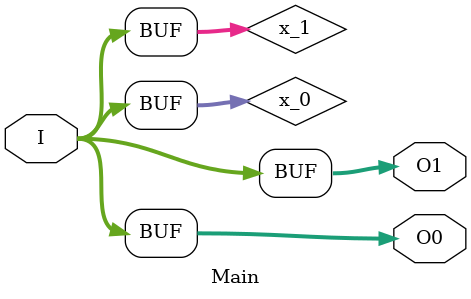
<source format=v>
module Main (
    input [1:0] I,
    output [1:0] O0,
    output [1:0] O1
);
wire [1:0] x_0;
wire [1:0] x_1;
assign x_0 = I;
assign x_1 = I;
assign O0 = x_0;
assign O1 = x_1;
endmodule


</source>
